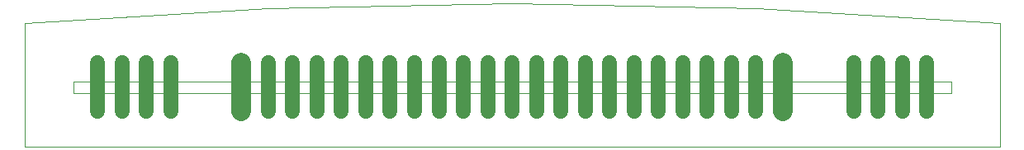
<source format=gbl>
G75*
G70*
%OFA0B0*%
%FSLAX24Y24*%
%IPPOS*%
%LPD*%
%AMOC8*
5,1,8,0,0,1.08239X$1,22.5*
%
%ADD10C,0.0000*%
%ADD11C,0.0001*%
%ADD12C,0.0554*%
%ADD13C,0.0591*%
%ADD14C,0.0787*%
D10*
X000100Y000100D02*
X000100Y005100D01*
X002069Y002738D02*
X037502Y002738D01*
X037502Y002265D01*
X002069Y002265D01*
X002069Y002738D01*
X000100Y000100D02*
X039470Y000100D01*
X039470Y005100D01*
D11*
X019785Y005888D02*
X009935Y005691D01*
X000100Y005101D01*
X019785Y005888D02*
X029635Y005691D01*
X039470Y005101D01*
D12*
X036517Y003486D03*
X035533Y003486D03*
X034549Y003486D03*
X033565Y003486D03*
X030612Y003486D03*
X029628Y003486D03*
X028643Y003486D03*
X027659Y003486D03*
X026675Y003486D03*
X025691Y003486D03*
X024706Y003486D03*
X023722Y003486D03*
X022738Y003486D03*
X021754Y003486D03*
X020769Y003486D03*
X019785Y003486D03*
X018801Y003486D03*
X017817Y003486D03*
X016832Y003486D03*
X015848Y003486D03*
X014864Y003486D03*
X013880Y003486D03*
X012895Y003486D03*
X011911Y003486D03*
X010927Y003486D03*
X009943Y003486D03*
X008958Y003486D03*
X006006Y003486D03*
X005021Y003486D03*
X004037Y003486D03*
X003053Y003486D03*
X003053Y001517D03*
X004037Y001517D03*
X005021Y001517D03*
X006006Y001517D03*
X008958Y001517D03*
X009943Y001517D03*
X010927Y001517D03*
X011911Y001517D03*
X012895Y001517D03*
X013880Y001517D03*
X014864Y001517D03*
X015848Y001517D03*
X016832Y001517D03*
X017817Y001517D03*
X018801Y001517D03*
X019785Y001517D03*
X020769Y001517D03*
X021754Y001517D03*
X022738Y001517D03*
X023722Y001517D03*
X024706Y001517D03*
X025691Y001517D03*
X026675Y001517D03*
X027659Y001517D03*
X028643Y001517D03*
X029628Y001517D03*
X030612Y001517D03*
X033565Y001517D03*
X034549Y001517D03*
X035533Y001517D03*
X036517Y001517D03*
D13*
X036517Y003486D01*
X035533Y003486D02*
X035533Y001517D01*
X034549Y001517D02*
X034549Y003486D01*
X033565Y003486D02*
X033565Y001517D01*
X030612Y001517D02*
X030612Y003486D01*
X029628Y003486D02*
X029628Y001517D01*
X028643Y001517D02*
X028643Y003486D01*
X027659Y003486D02*
X027659Y001517D01*
X026675Y001517D02*
X026675Y003486D01*
X025691Y003486D02*
X025691Y001517D01*
X024706Y001517D02*
X024706Y003486D01*
X023722Y003486D02*
X023722Y001517D01*
X022738Y001517D02*
X022738Y003486D01*
X021754Y003486D02*
X021754Y001517D01*
X020769Y001517D02*
X020769Y003486D01*
X019785Y003486D02*
X019785Y001517D01*
X018801Y001517D02*
X018801Y003486D01*
X017817Y003486D02*
X017817Y001517D01*
X016832Y001517D02*
X016832Y003486D01*
X015848Y003486D02*
X015848Y001517D01*
X014864Y001517D02*
X014864Y003486D01*
X013880Y003486D02*
X013880Y001517D01*
X012895Y001517D02*
X012895Y003486D01*
X011911Y003486D02*
X011911Y001517D01*
X010927Y001517D02*
X010927Y003486D01*
X009943Y003486D02*
X009943Y001517D01*
X008958Y001517D02*
X008958Y003486D01*
X006006Y003486D02*
X006006Y001517D01*
X005021Y001517D02*
X005021Y003486D01*
X004037Y003486D02*
X004037Y001517D01*
X003053Y001517D02*
X003053Y003486D01*
D14*
X008860Y003486D02*
X008860Y001517D01*
X030710Y001517D02*
X030710Y003486D01*
X030710Y001517D01*
M02*

</source>
